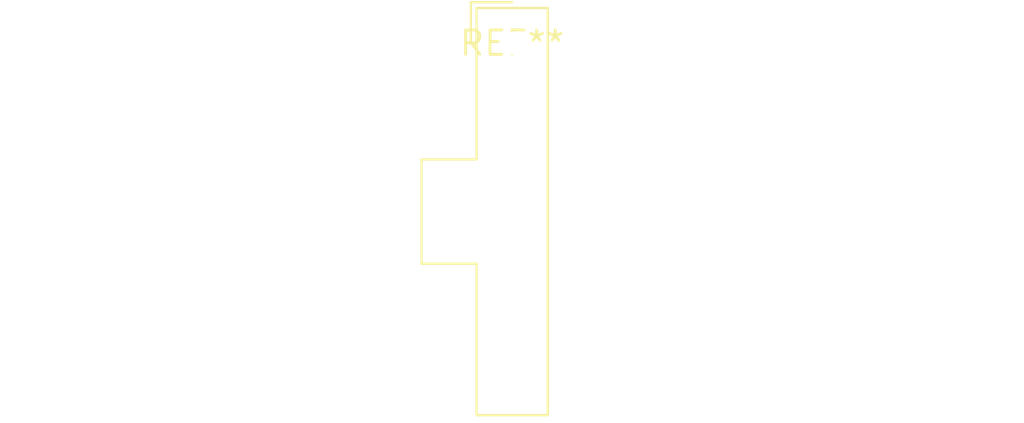
<source format=kicad_pcb>
(kicad_pcb (version 20240108) (generator pcbnew)
  (layers (0 "F.Cu" signal) (31 "B.Cu" signal) (34 "B.Paste" user) (35 "F.Paste" user) (36 "B.SilkS" user "B.Silkscreen") (37 "F.SilkS" user "F.Silkscreen") (38 "B.Mask" user) (39 "F.Mask" user) (44 "Edge.Cuts" user))
  (net 0 "")
  (footprint "Molex_Nano-Fit_105309-xx08_1x08_P2.50mm_Vertical" (layer "F.Cu") (at 0 0)
    (property "Reference" "REF**")
    (property "Value" "Molex_Nano-Fit_105309-xx08_1x08_P2.50mm_Vertical")
    (fp_line (start -4.71 6.04) (end -4.71 8.75) (layer "F.SilkS") (stroke (width 0.12)))
    (fp_line (start -4.71 11.46) (end -4.71 8.75) (layer "F.SilkS") (stroke (width 0.12)))
    (fp_line (start -2.15 -2.13) (end -2.15 0) (layer "F.SilkS") (stroke (width 0.12)))
    (fp_line (start -1.85 -1.83) (end -1.85 6.04) (layer "F.SilkS") (stroke (width 0.12)))
    (fp_line (start -1.85 6.04) (end -4.71 6.04) (layer "F.SilkS") (stroke (width 0.12)))
    (fp_line (start -1.85 11.46) (end -4.71 11.46) (layer "F.SilkS") (stroke (width 0.12)))
    (fp_line (start -1.85 19.33) (end -1.85 11.46) (layer "F.SilkS") (stroke (width 0.12)))
    (fp_line (start 0 -2.13) (end -2.15 -2.13) (layer "F.SilkS") (stroke (width 0.12)))
    (fp_line (start 1.85 -1.83) (end -1.85 -1.83) (layer "F.SilkS") (stroke (width 0.12)))
    (fp_line (start 1.85 8.75) (end 1.85 -1.83) (layer "F.SilkS") (stroke (width 0.12)))
    (fp_line (start 1.85 8.75) (end 1.85 19.33) (layer "F.SilkS") (stroke (width 0.12)))
    (fp_line (start 1.85 19.33) (end -1.85 19.33) (layer "F.SilkS") (stroke (width 0.12)))
    (pad "" np_thru_hole circle (at -1.34 8.75) (size 1.3 1.3) (drill 1.3) (layers *.Cu *.Mask))
    (pad "1" thru_hole roundrect (at 0 0) (size 2.2 1.7) (drill 1.2) (layers *.Cu *.Mask) (remove_unused_layers) (roundrect_rratio 0.147059))
    (pad "2" thru_hole oval (at 0 2.5) (size 2.2 1.7) (drill 1.2) (layers *.Cu *.Mask) (remove_unused_layers))
    (pad "3" thru_hole oval (at 0 5) (size 2.2 1.7) (drill 1.2) (layers *.Cu *.Mask) (remove_unused_layers))
    (pad "4" thru_hole oval (at 0 7.5) (size 2.2 1.7) (drill 1.2) (layers *.Cu *.Mask) (remove_unused_layers))
    (pad "5" thru_hole oval (at 0 10) (size 2.2 1.7) (drill 1.2) (layers *.Cu *.Mask) (remove_unused_layers))
    (pad "6" thru_hole oval (at 0 12.5) (size 2.2 1.7) (drill 1.2) (layers *.Cu *.Mask) (remove_unused_layers))
    (pad "7" thru_hole oval (at 0 15) (size 2.2 1.7) (drill 1.2) (layers *.Cu *.Mask) (remove_unused_layers))
    (pad "8" thru_hole oval (at 0 17.5) (size 2.2 1.7) (drill 1.2) (layers *.Cu *.Mask) (remove_unused_layers))
  )
)
</source>
